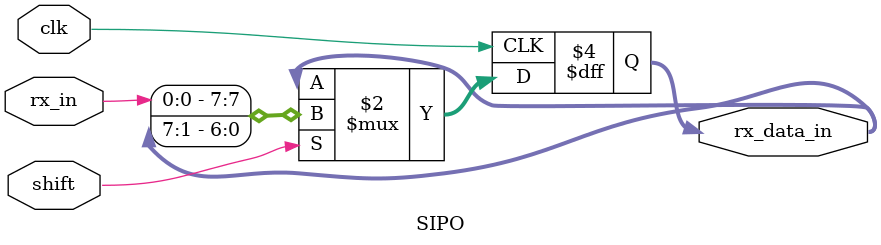
<source format=v>

module SIPO(clk  , rx_in , shift , rx_data_in) ;


input rx_in , shift , clk ;
output reg [7:0] rx_data_in ;





always@(posedge clk )
begin
if(shift)
 rx_data_in <= {rx_in ,rx_data_in[7:1]} ;
end

endmodule
 

</source>
